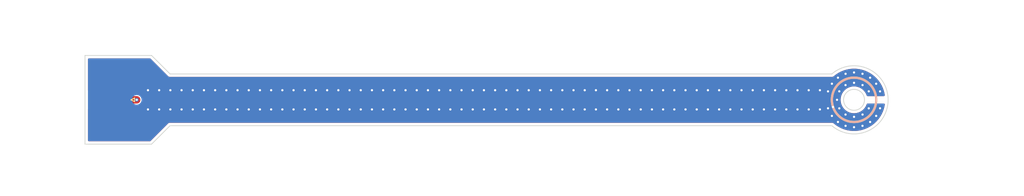
<source format=kicad_pcb>
(kicad_pcb (version 20211014) (generator pcbnew)
  (layers (0 "F.Cu" signal) (1 "In1.Cu" signal) (2 "In2.Cu" signal) (31 "B.Cu" signal) (34 "B.Paste" user) (35 "F.Paste" user) (36 "B.SilkS" user "B.Silkscreen") (37 "F.SilkS" user "F.Silkscreen") (38 "B.Mask" user) (39 "F.Mask" user) (44 "Edge.Cuts" user))
  (net 0 "")
  (net 1 "/signal")
  (net 2 "GND")
  (footprint "Connector_Coaxial:SMA_Amphenol_132289_EdgeMount" (layer "F.Cu") (at 101 136 180)
    (fp_text reference "J1" hide)
    (fp_text value "Conn_Coaxial" hide)
    (fp_line (start -3.71 -0.25) (end -3.71 0.25) (layer "F.SilkS") (width 0.12))
    (fp_line (start -3.71 0.25) (end -3.21 0) (layer "F.SilkS") (width 0.12))
    (fp_line (start -3.21 0) (end -3.71 -0.25) (layer "F.SilkS") (width 0.12))
    (pad "1" smd rect (at 0 0 270) (size 1.5 5.08) (layers "F.Cu" "F.Paste" "F.Mask") (net 1 "/signal"))
    (pad "2" smd rect (at 0 4.25 270) (size 1.5 5.08) (layers "F.Cu" "F.Paste" "F.Mask") (net 2 "GND"))
    (pad "2" smd rect (at 0 -4.25 270) (size 1.5 5.08) (layers "F.Cu" "F.Paste" "F.Mask") (net 2 "GND"))
    (pad "2" smd rect (at 0 4.25 270) (size 1.5 5.08) (layers "B.Cu" "B.Paste" "B.Mask") (net 2 "GND"))
    (pad "2" smd rect (at 0 -4.25 270) (size 1.5 5.08) (layers "B.Cu" "B.Paste" "B.Mask") (net 2 "GND"))
  )
  (gr_circle (center 202 136) (end 205 136) (layer "B.SilkS") (width 0.3) (fill none))
  (gr_circle (center 202 136) (end 205 136) (layer "F.SilkS") (width 0.3) (fill none))
  (gr_line (start 98 130) (end 98 142) (layer "Edge.Cuts") (width 0.1))
  (gr_line (start 199 132.5) (end 109.5 132.5) (layer "Edge.Cuts") (width 0.1))
  (gr_line (start 109.5 132.5) (end 107 130) (layer "Edge.Cuts") (width 0.1))
  (gr_line (start 199 139.5) (end 109.5 139.5) (layer "Edge.Cuts") (width 0.1))
  (gr_line (start 107 130) (end 98 130) (layer "Edge.Cuts") (width 0.1))
  (gr_arc (start 199 132.5) (mid 206.609772 136) (end 199 139.5) (layer "Edge.Cuts") (width 0.1))
  (gr_line (start 98 142) (end 107 142) (layer "Edge.Cuts") (width 0.1))
  (gr_line (start 107 142) (end 109.5 139.5) (layer "Edge.Cuts") (width 0.1))
  (gr_circle (center 202 136) (end 201 137) (layer "Edge.Cuts") (width 0.1) (fill none))
  (segment (start 101 136) (end 105 136) (width 1) (layer "F.Cu") (net 1))
  (via (at 105 136) (size 0.5) (drill 0.3) (layers "F.Cu" "B.Cu") (net 1))
  (via (at 136.804838 137.3) (size 0.5) (drill 0.3) (layers "F.Cu" "B.Cu") (net 2))
  (via (at 120.145161 137.3) (size 0.5) (drill 0.3) (layers "F.Cu" "B.Cu") (net 2))
  (via (at 199.825195 133.006637) (size 0.5) (drill 0.3) (layers "F.Cu" "B.Cu") (net 2))
  (via (at 173.153225 134.7) (size 0.5) (drill 0.3) (layers "F.Cu" "B.Cu") (net 2))
  (via (at 200.856637 132.481091) (size 0.5) (drill 0.3) (layers "F.Cu" "B.Cu") (net 2))
  (via (at 145.891935 134.7) (size 0.5) (drill 0.3) (layers "F.Cu" "B.Cu") (net 2))
  (via (at 199.006637 138.174805) (size 0.5) (drill 0.3) (layers "F.Cu" "B.Cu") (net 2))
  (via (at 164.066129 134.7) (size 0.5) (drill 0.3) (layers "F.Cu" "B.Cu") (net 2))
  (via (at 167.095161 137.3) (size 0.5) (drill 0.3) (layers "F.Cu" "B.Cu") (net 2))
  (via (at 141.348387 137.3) (size 0.5) (drill 0.3) (layers "F.Cu" "B.Cu") (net 2))
  (via (at 130.746774 134.7) (size 0.5) (drill 0.3) (layers "F.Cu" "B.Cu") (net 2))
  (via (at 118.630645 137.3) (size 0.5) (drill 0.3) (layers "F.Cu" "B.Cu") (net 2))
  (via (at 162.551612 137.3) (size 0.5) (drill 0.3) (layers "F.Cu" "B.Cu") (net 2))
  (via (at 112.57258 137.3) (size 0.5) (drill 0.3) (layers "F.Cu" "B.Cu") (net 2))
  (via (at 139.83387 134.7) (size 0.5) (drill 0.3) (layers "F.Cu" "B.Cu") (net 2))
  (via (at 118.630645 134.7) (size 0.5) (drill 0.3) (layers "F.Cu" "B.Cu") (net 2))
  (via (at 132.26129 134.7) (size 0.5) (drill 0.3) (layers "F.Cu" "B.Cu") (net 2))
  (via (at 203.143363 139.518909) (size 0.5) (drill 0.3) (layers "F.Cu" "B.Cu") (net 2))
  (via (at 204.993363 133.825195) (size 0.5) (drill 0.3) (layers "F.Cu" "B.Cu") (net 2))
  (via (at 186.78387 137.3) (size 0.5) (drill 0.3) (layers "F.Cu" "B.Cu") (net 2))
  (via (at 120.145161 134.7) (size 0.5) (drill 0.3) (layers "F.Cu" "B.Cu") (net 2))
  (via (at 132.26129 137.3) (size 0.5) (drill 0.3) (layers "F.Cu" "B.Cu") (net 2))
  (via (at 199.7 136) (size 0.5) (drill 0.3) (layers "F.Cu" "B.Cu") (net 2))
  (via (at 161.037096 137.3) (size 0.5) (drill 0.3) (layers "F.Cu" "B.Cu") (net 2))
  (via (at 200.85 137.991858) (size 0.5) (drill 0.3) (layers "F.Cu" "B.Cu") (net 2))
  (via (at 158.008064 137.3) (size 0.5) (drill 0.3) (layers "F.Cu" "B.Cu") (net 2))
  (via (at 204.174805 138.993363) (size 0.5) (drill 0.3) (layers "F.Cu" "B.Cu") (net 2))
  (via (at 115.601612 134.7) (size 0.5) (drill 0.3) (layers "F.Cu" "B.Cu") (net 2))
  (via (at 170.124193 137.3) (size 0.5) (drill 0.3) (layers "F.Cu" "B.Cu") (net 2))
  (via (at 197.385483 134.7) (size 0.5) (drill 0.3) (layers "F.Cu" "B.Cu") (net 2))
  (via (at 185.269354 137.3) (size 0.5) (drill 0.3) (layers "F.Cu" "B.Cu") (net 2))
  (via (at 189.812903 134.7) (size 0.5) (drill 0.3) (layers "F.Cu" "B.Cu") (net 2))
  (via (at 183.754838 137.3) (size 0.5) (drill 0.3) (layers "F.Cu" "B.Cu") (net 2))
  (via (at 183.754838 134.7) (size 0.5) (drill 0.3) (layers "F.Cu" "B.Cu") (net 2))
  (via (at 145.891935 137.3) (size 0.5) (drill 0.3) (layers "F.Cu" "B.Cu") (net 2))
  (via (at 173.153225 137.3) (size 0.5) (drill 0.3) (layers "F.Cu" "B.Cu") (net 2))
  (via (at 191.327419 134.7) (size 0.5) (drill 0.3) (layers "F.Cu" "B.Cu") (net 2))
  (via (at 179.21129 137.3) (size 0.5) (drill 0.3) (layers "F.Cu" "B.Cu") (net 2))
  (via (at 124.688709 137.3) (size 0.5) (drill 0.3) (layers "F.Cu" "B.Cu") (net 2))
  (via (at 165.580645 137.3) (size 0.5) (drill 0.3) (layers "F.Cu" "B.Cu") (net 2))
  (via (at 127.717741 137.3) (size 0.5) (drill 0.3) (layers "F.Cu" "B.Cu") (net 2))
  (via (at 124.688709 134.7) (size 0.5) (drill 0.3) (layers "F.Cu" "B.Cu") (net 2))
  (via (at 200.85 134.008142) (size 0.5) (drill 0.3) (layers "F.Cu" "B.Cu") (net 2))
  (via (at 176.182258 137.3) (size 0.5) (drill 0.3) (layers "F.Cu" "B.Cu") (net 2))
  (via (at 164.066129 137.3) (size 0.5) (drill 0.3) (layers "F.Cu" "B.Cu") (net 2))
  (via (at 109.543548 134.7) (size 0.5) (drill 0.3) (layers "F.Cu" "B.Cu") (net 2))
  (via (at 161.037096 134.7) (size 0.5) (drill 0.3) (layers "F.Cu" "B.Cu") (net 2))
  (via (at 203.15 137.991858) (size 0.5) (drill 0.3) (layers "F.Cu" "B.Cu") (net 2))
  (via (at 191.327419 137.3) (size 0.5) (drill 0.3) (layers "F.Cu" "B.Cu") (net 2))
  (via (at 182.240322 134.7) (size 0.5) (drill 0.3) (layers "F.Cu" "B.Cu") (net 2))
  (via (at 170.124193 134.7) (size 0.5) (drill 0.3) (layers "F.Cu" "B.Cu") (net 2))
  (via (at 154.979032 134.7) (size 0.5) (drill 0.3) (layers "F.Cu" "B.Cu") (net 2))
  (via (at 153.464516 134.7) (size 0.5) (drill 0.3) (layers "F.Cu" "B.Cu") (net 2))
  (via (at 133.775806 137.3) (size 0.5) (drill 0.3) (layers "F.Cu" "B.Cu") (net 2))
  (via (at 112.57258 134.7) (size 0.5) (drill 0.3) (layers "F.Cu" "B.Cu") (net 2))
  (via (at 117.116129 137.3) (size 0.5) (drill 0.3) (layers "F.Cu" "B.Cu") (net 2))
  (via (at 106.514516 134.7) (size 0.5) (drill 0.3) (layers "F.Cu" "B.Cu") (net 2))
  (via (at 174.667741 134.7) (size 0.5) (drill 0.3) (layers "F.Cu" "B.Cu") (net 2))
  (via (at 142.862903 134.7) (size 0.5) (drill 0.3) (layers "F.Cu" "B.Cu") (net 2))
  (via (at 111.058064 134.7) (size 0.5) (drill 0.3) (layers "F.Cu" "B.Cu") (net 2))
  (via (at 185.269354 134.7) (size 0.5) (drill 0.3) (layers "F.Cu" "B.Cu") (net 2))
  (via (at 147.406451 137.3) (size 0.5) (drill 0.3) (layers "F.Cu" "B.Cu") (net 2))
  (via (at 186.78387 134.7) (size 0.5) (drill 0.3) (layers "F.Cu" "B.Cu") (net 2))
  (via (at 204.174805 133.006637) (size 0.5) (drill 0.3) (layers "F.Cu" "B.Cu") (net 2))
  (via (at 126.203225 134.7) (size 0.5) (drill 0.3) (layers "F.Cu" "B.Cu") (net 2))
  (via (at 198.481091 137.143363) (size 0.5) (drill 0.3) (layers "F.Cu" "B.Cu") (net 2))
  (via (at 115.601612 137.3) (size 0.5) (drill 0.3) (layers "F.Cu" "B.Cu") (net 2))
  (via (at 108.029032 134.7) (size 0.5) (drill 0.3) (layers "F.Cu" "B.Cu") (net 2))
  (via (at 158.008064 134.7) (size 0.5) (drill 0.3) (layers "F.Cu" "B.Cu") (net 2))
  (via (at 167.095161 134.7) (size 0.5) (drill 0.3) (layers "F.Cu" "B.Cu") (net 2))
  (via (at 176.182258 134.7) (size 0.5) (drill 0.3) (layers "F.Cu" "B.Cu") (net 2))
  (via (at 168.609677 137.3) (size 0.5) (drill 0.3) (layers "F.Cu" "B.Cu") (net 2))
  (via (at 133.775806 134.7) (size 0.5) (drill 0.3) (layers "F.Cu" "B.Cu") (net 2))
  (via (at 171.638709 134.7) (size 0.5) (drill 0.3) (layers "F.Cu" "B.Cu") (net 2))
  (via (at 156.493548 134.7) (size 0.5) (drill 0.3) (layers "F.Cu" "B.Cu") (net 2))
  (via (at 200.856637 139.518909) (size 0.5) (drill 0.3) (layers "F.Cu" "B.Cu") (net 2))
  (via (at 114.087096 137.3) (size 0.5) (drill 0.3) (layers "F.Cu" "B.Cu") (net 2))
  (via (at 114.087096 134.7) (size 0.5) (drill 0.3) (layers "F.Cu" "B.Cu") (net 2))
  (via (at 162.551612 134.7) (size 0.5) (drill 0.3) (layers "F.Cu" "B.Cu") (net 2))
  (via (at 106.514516 137.3) (size 0.5) (drill 0.3) (layers "F.Cu" "B.Cu") (net 2))
  (via (at 199.006637 133.825195) (size 0.5) (drill 0.3) (layers "F.Cu" "B.Cu") (net 2))
  (via (at 154.979032 137.3) (size 0.5) (drill 0.3) (layers "F.Cu" "B.Cu") (net 2))
  (via (at 202 139.7) (size 0.5) (drill 0.3) (layers "F.Cu" "B.Cu") (net 2))
  (via (at 188.298387 137.3) (size 0.5) (drill 0.3) (layers "F.Cu" "B.Cu") (net 2))
  (via (at 130.746774 137.3) (size 0.5) (drill 0.3) (layers "F.Cu" "B.Cu") (net 2))
  (via (at 192.841935 134.7) (size 0.5) (drill 0.3) (layers "F.Cu" "B.Cu") (net 2))
  (via (at 111.058064 137.3) (size 0.5) (drill 0.3) (layers "F.Cu" "B.Cu") (net 2))
  (via (at 135.290322 137.3) (size 0.5) (drill 0.3) (layers "F.Cu" "B.Cu") (net 2))
  (via (at 203.991858 134.85) (size 0.5) (drill 0.3) (layers "F.Cu" "B.Cu") (net 2))
  (via (at 180.725806 137.3) (size 0.5) (drill 0.3) (layers "F.Cu" "B.Cu") (net 2))
  (via (at 171.638709 137.3) (size 0.5) (drill 0.3) (layers "F.Cu" "B.Cu") (net 2))
  (via (at 144.377419 134.7) (size 0.5) (drill 0.3) (layers "F.Cu" "B.Cu") (net 2))
  (via (at 139.83387 137.3) (size 0.5) (drill 0.3) (layers "F.Cu" "B.Cu") (net 2))
  (via (at 121.659677 137.3) (size 0.5) (drill 0.3) (layers "F.Cu" "B.Cu") (net 2))
  (via (at 156.493548 137.3) (size 0.5) (drill 0.3) (layers "F.Cu" "B.Cu") (net 2))
  (via (at 165.580645 134.7) (size 0.5) (drill 0.3) (layers "F.Cu" "B.Cu") (net 2))
  (via (at 123.174193 134.7) (size 0.5) (drill 0.3) (layers "F.Cu" "B.Cu") (net 2))
  (via (at 117.116129 134.7) (size 0.5) (drill 0.3) (layers "F.Cu" "B.Cu") (net 2))
  (via (at 204.993363 138.174805) (size 0.5) (drill 0.3) (layers "F.Cu" "B.Cu") (net 2))
  (via (at 203.991858 137.15) (size 0.5) (drill 0.3) (layers "F.Cu" "B.Cu") (net 2))
  (via (at 195.870967 137.3) (size 0.5) (drill 0.3) (layers "F.Cu" "B.Cu") (net 2))
  (via (at 195.870967 134.7) (size 0.5) (drill 0.3) (layers "F.Cu" "B.Cu") (net 2))
  (via (at 141.348387 134.7) (size 0.5) (drill 0.3) (layers "F.Cu" "B.Cu") (net 2))
  (via (at 151.95 134.7) (size 0.5) (drill 0.3) (layers "F.Cu" "B.Cu") (net 2))
  (via (at 199.825195 138.993363) (size 0.5) (drill 0.3) (layers "F.Cu" "B.Cu") (net 2))
  (via (at 192.841935 137.3) (size 0.5) (drill 0.3) (layers "F.Cu" "B.Cu") (net 2))
  (via (at 129.232258 137.3) (size 0.5) (drill 0.3) (layers "F.Cu" "B.Cu") (net 2))
  (via (at 200.008142 137.15) (size 0.5) (drill 0.3) (layers "F.Cu" "B.Cu") (net 2))
  (via (at 202 138.3) (size 0.5) (drill 0.3) (layers "F.Cu" "B.Cu") (net 2))
  (via (at 138.319354 137.3) (size 0.5) (drill 0.3) (layers "F.Cu" "B.Cu") (net 2))
  (via (at 179.21129 134.7) (size 0.5) (drill 0.3) (layers "F.Cu" "B.Cu") (net 2))
  (via (at 150.435483 134.7) (size 0.5) (drill 0.3) (layers "F.Cu" "B.Cu") (net 2))
  (via (at 138.319354 134.7) (size 0.5) (drill 0.3) (layers "F.Cu" "B.Cu") (net 2))
  (via (at 182.240322 137.3) (size 0.5) (drill 0.3) (layers "F.Cu" "B.Cu") (net 2))
  (via (at 136.804838 134.7) (size 0.5) (drill 0.3) (layers "F.Cu" "B.Cu") (net 2))
  (via (at 151.95 137.3) (size 0.5) (drill 0.3) (layers "F.Cu" "B.Cu") (net 2))
  (via (at 177.696774 134.7) (size 0.5) (drill 0.3) (layers "F.Cu" "B.Cu") (net 2))
  (via (at 109.543548 137.3) (size 0.5) (drill 0.3) (layers "F.Cu" "B.Cu") (net 2))
  (via (at 159.52258 134.7) (size 0.5) (drill 0.3) (layers "F.Cu" "B.Cu") (net 2))
  (via (at 200.008142 134.85) (size 0.5) (drill 0.3) (layers "F.Cu" "B.Cu") (net 2))
  (via (at 203.15 134.008142) (size 0.5) (drill 0.3) (layers "F.Cu" "B.Cu") (net 2))
  (via (at 148.920967 137.3) (size 0.5) (drill 0.3) (layers "F.Cu" "B.Cu") (net 2))
  (via (at 147.406451 134.7) (size 0.5) (drill 0.3) (layers "F.Cu" "B.Cu") (net 2))
  (via (at 108.029032 137.3) (size 0.5) (drill 0.3) (layers "F.Cu" "B.Cu") (net 2))
  (via (at 177.696774 137.3) (size 0.5) (drill 0.3) (layers "F.Cu" "B.Cu") (net 2))
  (via (at 148.920967 134.7) (size 0.5) (drill 0.3) (layers "F.Cu" "B.Cu") (net 2))
  (via (at 205.518909 137.143363) (size 0.5) (drill 0.3) (layers "F.Cu" "B.Cu") (net 2))
  (via (at 129.232258 134.7) (size 0.5) (drill 0.3) (layers "F.Cu" "B.Cu") (net 2))
  (via (at 135.290322 134.7) (size 0.5) (drill 0.3) (layers "F.Cu" "B.Cu") (net 2))
  (via (at 202 132.3) (size 0.5) (drill 0.3) (layers "F.Cu" "B.Cu") (net 2))
  (via (at 197.385483 137.3) (size 0.5) (drill 0.3) (layers "F.Cu" "B.Cu") (net 2))
  (via (at 150.435483 137.3) (size 0.5) (drill 0.3) (layers "F.Cu" "B.Cu") (net 2))
  (via (at 123.174193 137.3) (size 0.5) (drill 0.3) (layers "F.Cu" "B.Cu") (net 2))
  (via (at 205.518909 134.856637) (size 0.5) (drill 0.3) (layers "F.Cu" "B.Cu") (net 2))
  (via (at 188.298387 134.7) (size 0.5) (drill 0.3) (layers "F.Cu" "B.Cu") (net 2))
  (via (at 153.464516 137.3) (size 0.5) (drill 0.3) (layers "F.Cu" "B.Cu") (net 2))
  (via (at 126.203225 137.3) (size 0.5) (drill 0.3) (layers "F.Cu" "B.Cu") (net 2))
  (via (at 127.717741 134.7) (size 0.5) (drill 0.3) (layers "F.Cu" "B.Cu") (net 2))
  (via (at 202 133.7) (size 0.5) (drill 0.3) (layers "F.Cu" "B.Cu") (net 2))
  (via (at 121.659677 134.7) (size 0.5) (drill 0.3) (layers "F.Cu" "B.Cu") (net 2))
  (via (at 144.377419 137.3) (size 0.5) (drill 0.3) (layers "F.Cu" "B.Cu") (net 2))
  (via (at 159.52258 137.3) (size 0.5) (drill 0.3) (layers "F.Cu" "B.Cu") (net 2))
  (via (at 174.667741 137.3) (size 0.5) (drill 0.3) (layers "F.Cu" "B.Cu") (net 2))
  (via (at 194.356451 137.3) (size 0.5) (drill 0.3) (layers "F.Cu" "B.Cu") (net 2))
  (via (at 198.481091 134.856637) (size 0.5) (drill 0.3) (layers "F.Cu" "B.Cu") (net 2))
  (via (at 168.609677 134.7) (size 0.5) (drill 0.3) (layers "F.Cu" "B.Cu") (net 2))
  (via (at 203.143363 132.481091) (size 0.5) (drill 0.3) (layers "F.Cu" "B.Cu") (net 2))
  (via (at 199.156594 136.966443) (size 0.5) (drill 0.3) (layers "F.Cu" "B.Cu") (net 2))
  (via (at 180.725806 134.7) (size 0.5) (drill 0.3) (layers "F.Cu" "B.Cu") (net 2))
  (via (at 194.356451 134.7) (size 0.5) (drill 0.3) (layers "F.Cu" "B.Cu") (net 2))
  (via (at 189.812903 137.3) (size 0.5) (drill 0.3) (layers "F.Cu" "B.Cu") (net 2))
  (via (at 142.862903 137.3) (size 0.5) (drill 0.3) (layers "F.Cu" "B.Cu") (net 2))
  (zone (net 2) (net_name "GND") (layers "F.Cu" "In2.Cu" "B.Cu") (connect_pads yes (clearance 0.4)) (min_thickness 0.254) (fill yes (thermal_gap 0.508) (thermal_bridge_width 0.508) (island_removal_mode 1) (island_area_min 0))
    (polygon (pts (xy 225 149) (xy 97.5 149) (xy 97.5 122.5) (xy 225 122.5)))
  )
  (zone (net 0) (net_name "") (layers "F.Cu" "In1.Cu" "In2.Cu" "B.Cu") (connect_pads (clearance 0)) (min_thickness 0.254)
    (keepout (tracks allowed) (vias allowed) (pads allowed) (copperpour not_allowed) (footprints allowed))
    (fill (thermal_gap 0.508) (thermal_bridge_width 0.508))
    (polygon (pts (xy 209.5 136.5) (xy 201.5 136.5) (xy 201.5 135.5) (xy 209.5 135.5)))
  )
)
</source>
